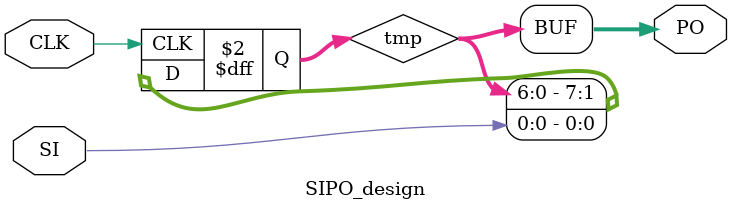
<source format=v>
module SIPO_design(
    input CLK, SI,
    output [7:0] PO
);
    reg [7:0] tmp;

    always @(posedge CLK) begin
        tmp = {tmp[6:0], SI};
    end

    assign PO = tmp;

endmodule

</source>
